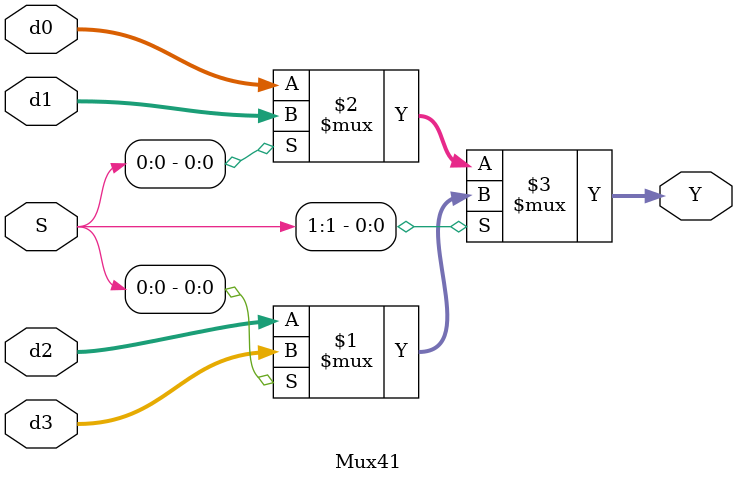
<source format=sv>
`timescale 1ns / 1ps

// 74HC157
module Mux21( 
    input [3:0] A,
    input [3:0] B,
    input S,
    output [3:0] Y
    );  
    
    assign #12 Y = S ? A:B; //plus 7
    
endmodule

//74HC153
module Mux41(
    input logic [3:0] d3,d2,d1,d0,
    input logic [1:0] S,
    output logic [3:0] Y
    );
    
    assign #15 Y = S[1] ? (S[0] ? d3 : d2)
                        : (S[0] ? d1 : d0);
                        
endmodule
</source>
